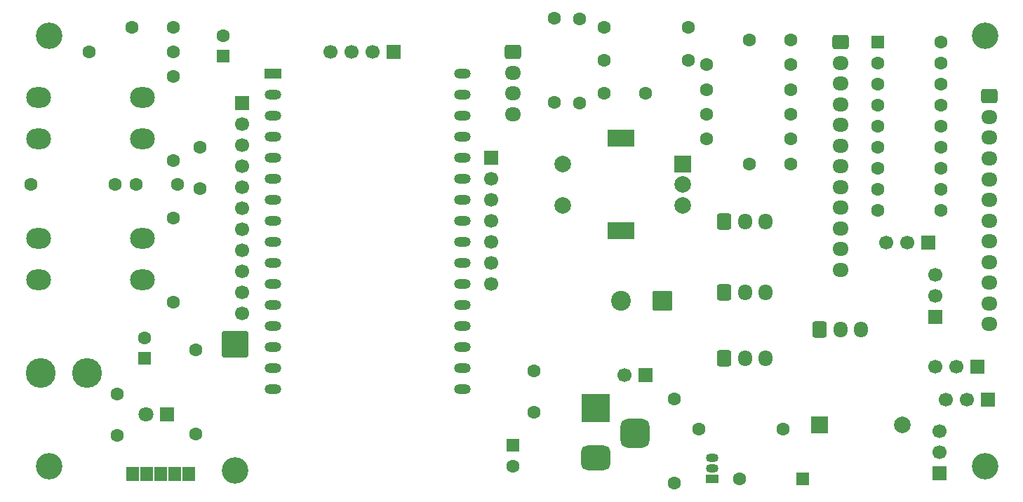
<source format=gbr>
%TF.GenerationSoftware,KiCad,Pcbnew,9.0.6*%
%TF.CreationDate,2026-01-27T06:42:30-06:00*%
%TF.ProjectId,papa-project-board,70617061-2d70-4726-9f6a-6563742d626f,1.0*%
%TF.SameCoordinates,Original*%
%TF.FileFunction,Soldermask,Top*%
%TF.FilePolarity,Negative*%
%FSLAX46Y46*%
G04 Gerber Fmt 4.6, Leading zero omitted, Abs format (unit mm)*
G04 Created by KiCad (PCBNEW 9.0.6) date 2026-01-27 06:42:30*
%MOMM*%
%LPD*%
G01*
G04 APERTURE LIST*
G04 Aperture macros list*
%AMRoundRect*
0 Rectangle with rounded corners*
0 $1 Rounding radius*
0 $2 $3 $4 $5 $6 $7 $8 $9 X,Y pos of 4 corners*
0 Add a 4 corners polygon primitive as box body*
4,1,4,$2,$3,$4,$5,$6,$7,$8,$9,$2,$3,0*
0 Add four circle primitives for the rounded corners*
1,1,$1+$1,$2,$3*
1,1,$1+$1,$4,$5*
1,1,$1+$1,$6,$7*
1,1,$1+$1,$8,$9*
0 Add four rect primitives between the rounded corners*
20,1,$1+$1,$2,$3,$4,$5,0*
20,1,$1+$1,$4,$5,$6,$7,0*
20,1,$1+$1,$6,$7,$8,$9,0*
20,1,$1+$1,$8,$9,$2,$3,0*%
G04 Aperture macros list end*
%ADD10C,1.600000*%
%ADD11C,1.700000*%
%ADD12R,1.700000X1.700000*%
%ADD13C,1.800000*%
%ADD14R,1.800000X1.800000*%
%ADD15C,3.600000*%
%ADD16RoundRect,0.250000X0.550000X0.550000X-0.550000X0.550000X-0.550000X-0.550000X0.550000X-0.550000X0*%
%ADD17O,3.000000X2.500000*%
%ADD18C,2.000000*%
%ADD19R,3.200000X2.000000*%
%ADD20R,2.000000X2.000000*%
%ADD21O,2.000000X1.200000*%
%ADD22R,2.000000X1.200000*%
%ADD23O,1.950000X1.700000*%
%ADD24RoundRect,0.250000X-0.725000X0.600000X-0.725000X-0.600000X0.725000X-0.600000X0.725000X0.600000X0*%
%ADD25RoundRect,0.250000X0.550000X-0.550000X0.550000X0.550000X-0.550000X0.550000X-0.550000X-0.550000X0*%
%ADD26O,1.700000X1.950000*%
%ADD27RoundRect,0.250000X-0.600000X-0.725000X0.600000X-0.725000X0.600000X0.725000X-0.600000X0.725000X0*%
%ADD28C,2.400000*%
%ADD29RoundRect,0.250001X0.949999X0.949999X-0.949999X0.949999X-0.949999X-0.949999X0.949999X-0.949999X0*%
%ADD30C,3.200000*%
%ADD31RoundRect,0.250000X-1.350000X1.350000X-1.350000X-1.350000X1.350000X-1.350000X1.350000X1.350000X0*%
%ADD32RoundRect,0.250000X-0.550000X0.550000X-0.550000X-0.550000X0.550000X-0.550000X0.550000X0.550000X0*%
%ADD33RoundRect,0.250000X-0.550000X-0.550000X0.550000X-0.550000X0.550000X0.550000X-0.550000X0.550000X0*%
%ADD34O,1.500000X1.050000*%
%ADD35R,1.500000X1.050000*%
%ADD36R,1.500000X1.800000*%
%ADD37RoundRect,0.875000X0.875000X-0.875000X0.875000X0.875000X-0.875000X0.875000X-0.875000X-0.875000X0*%
%ADD38RoundRect,0.750000X1.000000X-0.750000X1.000000X0.750000X-1.000000X0.750000X-1.000000X-0.750000X0*%
%ADD39R,3.500000X3.500000*%
G04 APERTURE END LIST*
D10*
%TO.C,C3*%
X68250000Y-78250000D03*
X68250000Y-83250000D03*
%TD*%
D11*
%TO.C,J15*%
X167500000Y-82750000D03*
X167500000Y-85290000D03*
D12*
X167500000Y-87830000D03*
%TD*%
D10*
%TO.C,R5*%
X77750000Y-72920000D03*
X77750000Y-83080000D03*
%TD*%
%TO.C,C7*%
X132000000Y-42000000D03*
X127000000Y-42000000D03*
%TD*%
D13*
%TO.C,D3*%
X71710000Y-80750000D03*
D14*
X74250000Y-80750000D03*
%TD*%
D10*
%TO.C,C12*%
X78250000Y-53500000D03*
X78250000Y-48500000D03*
%TD*%
D11*
%TO.C,J6*%
X113360000Y-65030000D03*
X113360000Y-62490000D03*
X113360000Y-59950000D03*
X113360000Y-57410000D03*
X113360000Y-54870000D03*
X113360000Y-52330000D03*
D12*
X113360000Y-49790000D03*
%TD*%
D15*
%TO.C,L1*%
X64580000Y-75750000D03*
X59000000Y-75750000D03*
%TD*%
D10*
%TO.C,D1*%
X143380000Y-88500000D03*
D16*
X151000000Y-88500000D03*
%TD*%
D11*
%TO.C,J4*%
X129460000Y-76000000D03*
D12*
X132000000Y-76000000D03*
%TD*%
D17*
%TO.C,SW3*%
X58750000Y-47500000D03*
X71250000Y-47500000D03*
X58750000Y-42500000D03*
X71250000Y-42500000D03*
%TD*%
D10*
%TO.C,R6*%
X68000000Y-53000000D03*
X57840000Y-53000000D03*
%TD*%
D18*
%TO.C,SW1*%
X122000000Y-50500000D03*
X122000000Y-55500000D03*
D19*
X129000000Y-47400000D03*
X129000000Y-58600000D03*
D18*
X136500000Y-53000000D03*
X136500000Y-55500000D03*
D20*
X136500000Y-50500000D03*
%TD*%
D21*
%TO.C,U1*%
X109860000Y-39630000D03*
X109860000Y-42170000D03*
X109860000Y-44710000D03*
X109860000Y-47250000D03*
X109860000Y-49790000D03*
X109860000Y-52330000D03*
X109860000Y-54870000D03*
X109860000Y-57410000D03*
X109860000Y-59950000D03*
X109860000Y-62490000D03*
X109860000Y-65030000D03*
X109860000Y-67570000D03*
X109860000Y-70110000D03*
X109860000Y-72650000D03*
X109860000Y-75190000D03*
X109860000Y-77730000D03*
X87000000Y-77730000D03*
X87000000Y-75190000D03*
X87000000Y-72650000D03*
X87000000Y-70110000D03*
X87000000Y-67570000D03*
X87000000Y-65030000D03*
X87000000Y-62490000D03*
X87000000Y-59950000D03*
X87000000Y-57410000D03*
X87000000Y-54870000D03*
X87000000Y-52330000D03*
X87000000Y-49790000D03*
X87000000Y-47250000D03*
X87000000Y-44710000D03*
X87000000Y-42170000D03*
D22*
X87000000Y-39630000D03*
%TD*%
D10*
%TO.C,C5*%
X118500000Y-75500000D03*
X118500000Y-80500000D03*
%TD*%
D11*
%TO.C,J12*%
X168210000Y-79000000D03*
X170750000Y-79000000D03*
D12*
X173290000Y-79000000D03*
%TD*%
D11*
%TO.C,J3*%
X161040000Y-60000000D03*
X163580000Y-60000000D03*
D12*
X166120000Y-60000000D03*
%TD*%
D10*
%TO.C,R3*%
X124000000Y-43160000D03*
X124000000Y-33000000D03*
%TD*%
%TO.C,C9*%
X144500000Y-35500000D03*
X149500000Y-35500000D03*
%TD*%
D23*
%TO.C,J1*%
X155525000Y-63300000D03*
X155525000Y-60800000D03*
X155525000Y-58300000D03*
X155525000Y-55800000D03*
X155525000Y-53300000D03*
X155525000Y-50800000D03*
X155525000Y-48300000D03*
X155525000Y-45800000D03*
X155525000Y-43300000D03*
X155525000Y-40800000D03*
X155525000Y-38300000D03*
D24*
X155525000Y-35800000D03*
%TD*%
D10*
%TO.C,R11*%
X139340000Y-41500000D03*
X149500000Y-41500000D03*
%TD*%
%TO.C,C4*%
X71500000Y-71500000D03*
D25*
X71500000Y-74000000D03*
%TD*%
D10*
%TO.C,R7*%
X137160000Y-34000000D03*
X127000000Y-34000000D03*
%TD*%
D26*
%TO.C,J16*%
X146500000Y-57475000D03*
X144000000Y-57475000D03*
D27*
X141500000Y-57475000D03*
%TD*%
D11*
%TO.C,J11*%
X167000000Y-75000000D03*
X169540000Y-75000000D03*
D12*
X172080000Y-75000000D03*
%TD*%
D28*
%TO.C,C10*%
X129000000Y-67000000D03*
D29*
X134000000Y-67000000D03*
%TD*%
D23*
%TO.C,J8*%
X173500000Y-69840000D03*
X173500000Y-67340000D03*
X173500000Y-64840000D03*
X173500000Y-62340000D03*
X173500000Y-59840000D03*
X173500000Y-57340000D03*
X173500000Y-54840000D03*
X173500000Y-52340000D03*
X173500000Y-49840000D03*
X173500000Y-47340000D03*
X173500000Y-44840000D03*
D24*
X173500000Y-42340000D03*
%TD*%
D10*
%TO.C,R8*%
X127000000Y-38000000D03*
X137160000Y-38000000D03*
%TD*%
%TO.C,R2*%
X121000000Y-32920000D03*
X121000000Y-43080000D03*
%TD*%
D11*
%TO.C,J13*%
X167000000Y-63920000D03*
X167000000Y-66460000D03*
D12*
X167000000Y-69000000D03*
%TD*%
D23*
%TO.C,J10*%
X116000000Y-44500000D03*
X116000000Y-42000000D03*
X116000000Y-39500000D03*
D24*
X116000000Y-37000000D03*
%TD*%
D17*
%TO.C,SW2*%
X58750000Y-64500000D03*
X71250000Y-64500000D03*
X58750000Y-59500000D03*
X71250000Y-59500000D03*
%TD*%
D30*
%TO.C,D2*%
X82500000Y-87490000D03*
D31*
X82500000Y-72250000D03*
%TD*%
D26*
%TO.C,J5*%
X146500000Y-74000000D03*
X144000000Y-74000000D03*
D27*
X141500000Y-74000000D03*
%TD*%
D26*
%TO.C,J14*%
X158000000Y-70500000D03*
X155500000Y-70500000D03*
D27*
X153000000Y-70500000D03*
%TD*%
D26*
%TO.C,J2*%
X146500000Y-66000000D03*
X144000000Y-66000000D03*
D27*
X141500000Y-66000000D03*
%TD*%
D10*
%TO.C,R13*%
X75000000Y-67160000D03*
X75000000Y-57000000D03*
%TD*%
%TO.C,R10*%
X149500000Y-47500000D03*
X139340000Y-47500000D03*
%TD*%
%TO.C,C2*%
X81000000Y-35000000D03*
D25*
X81000000Y-37500000D03*
%TD*%
D10*
%TO.C,R14*%
X75000000Y-37000000D03*
X64840000Y-37000000D03*
%TD*%
D11*
%TO.C,J17*%
X94000000Y-37000000D03*
X96540000Y-37000000D03*
X99080000Y-37000000D03*
D12*
X101620000Y-37000000D03*
%TD*%
D10*
%TO.C,R9*%
X139340000Y-44500000D03*
X149500000Y-44500000D03*
%TD*%
%TO.C,C6*%
X116000000Y-87000000D03*
D32*
X116000000Y-84500000D03*
%TD*%
D18*
%TO.C,BZ1*%
X163000000Y-82000000D03*
D20*
X153000000Y-82000000D03*
%TD*%
D10*
%TO.C,R15*%
X75000000Y-39920000D03*
X75000000Y-50080000D03*
%TD*%
%TO.C,U2*%
X167620000Y-35760000D03*
X167620000Y-38300000D03*
X167620000Y-40840000D03*
X167620000Y-43380000D03*
X167620000Y-45920000D03*
X167620000Y-48460000D03*
X167620000Y-51000000D03*
X167620000Y-53540000D03*
X167620000Y-56080000D03*
X160000000Y-56080000D03*
X160000000Y-53540000D03*
X160000000Y-51000000D03*
X160000000Y-48460000D03*
X160000000Y-45920000D03*
X160000000Y-43380000D03*
X160000000Y-40840000D03*
X160000000Y-38300000D03*
D33*
X160000000Y-35760000D03*
%TD*%
D34*
%TO.C,Q1*%
X140000000Y-85960000D03*
X140000000Y-87230000D03*
D35*
X140000000Y-88500000D03*
%TD*%
D10*
%TO.C,R4*%
X138420000Y-82500000D03*
X148580000Y-82500000D03*
%TD*%
D11*
%TO.C,J9*%
X83322000Y-68515500D03*
X83322000Y-65975500D03*
X83322000Y-63435500D03*
X83322000Y-60895500D03*
X83322000Y-58355500D03*
X83322000Y-55815500D03*
X83322000Y-53275500D03*
X83322000Y-50735500D03*
X83322000Y-48195500D03*
X83322000Y-45655500D03*
D12*
X83322000Y-43115500D03*
%TD*%
D10*
%TO.C,R1*%
X135500000Y-78920000D03*
X135500000Y-89080000D03*
%TD*%
D36*
%TO.C,U3*%
X76900000Y-87950000D03*
X75200000Y-87950000D03*
X73500000Y-87950000D03*
X71800000Y-87950000D03*
X70100000Y-87950000D03*
%TD*%
D10*
%TO.C,C8*%
X144500000Y-50500000D03*
X149500000Y-50500000D03*
%TD*%
D37*
%TO.C,J7*%
X130700000Y-83000000D03*
D38*
X126000000Y-86000000D03*
D39*
X126000000Y-80000000D03*
%TD*%
D10*
%TO.C,R12*%
X149500000Y-38500000D03*
X139340000Y-38500000D03*
%TD*%
%TO.C,C1*%
X70000000Y-34000000D03*
X75000000Y-34000000D03*
%TD*%
%TO.C,C11*%
X70500000Y-53000000D03*
X75500000Y-53000000D03*
%TD*%
D30*
%TO.C,H3*%
X60000000Y-35000000D03*
%TD*%
%TO.C,H4*%
X60000000Y-87000000D03*
%TD*%
%TO.C,H2*%
X173000000Y-87000000D03*
%TD*%
%TO.C,H1*%
X173000000Y-35000000D03*
%TD*%
M02*

</source>
